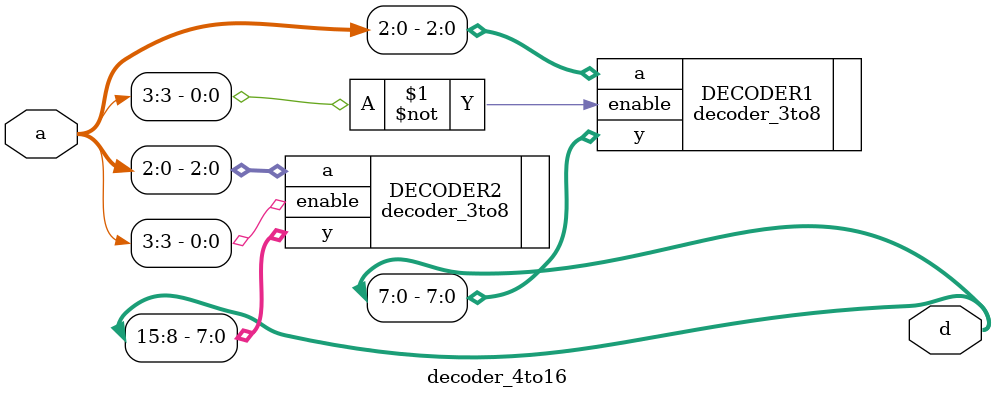
<source format=v>
module decoder_4to16(
  input [3:0] a,
  output [15:0] d
);
  
  decoder_3to8 DECODER1(
    .a(a[2:0]),
    .enable(~a[3]),
    .y(d[7:0])
  );
  
   decoder_3to8 DECODER2(
    .a(a[2:0]),
    .enable(a[3]),
     .y(d[15:8])
  );
  
endmodule

</source>
